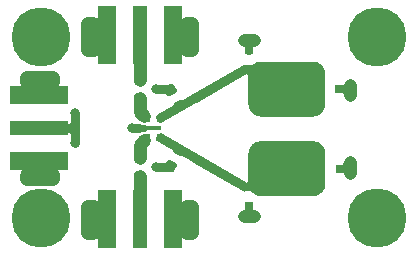
<source format=gtl>
G04 #@! TF.GenerationSoftware,KiCad,Pcbnew,5.1.10-88a1d61d58~88~ubuntu18.04.1*
G04 #@! TF.CreationDate,2021-11-13T13:00:57+01:00*
G04 #@! TF.ProjectId,rf_phase_shifter_5_8GHz,72665f70-6861-4736-955f-736869667465,1.0.0*
G04 #@! TF.SameCoordinates,Original*
G04 #@! TF.FileFunction,Copper,L1,Top*
G04 #@! TF.FilePolarity,Positive*
%FSLAX46Y46*%
G04 Gerber Fmt 4.6, Leading zero omitted, Abs format (unit mm)*
G04 Created by KiCad (PCBNEW 5.1.10-88a1d61d58~88~ubuntu18.04.1) date 2021-11-13 13:00:57*
%MOMM*%
%LPD*%
G01*
G04 APERTURE LIST*
G04 #@! TA.AperFunction,SMDPad,CuDef*
%ADD10R,5.000000X1.200000*%
G04 #@! TD*
G04 #@! TA.AperFunction,SMDPad,CuDef*
%ADD11R,5.000000X1.600000*%
G04 #@! TD*
G04 #@! TA.AperFunction,SMDPad,CuDef*
%ADD12R,1.200000X5.000000*%
G04 #@! TD*
G04 #@! TA.AperFunction,SMDPad,CuDef*
%ADD13R,1.600000X5.000000*%
G04 #@! TD*
G04 #@! TA.AperFunction,SMDPad,CuDef*
%ADD14R,0.330000X0.350000*%
G04 #@! TD*
G04 #@! TA.AperFunction,SMDPad,CuDef*
%ADD15R,0.600000X0.700000*%
G04 #@! TD*
G04 #@! TA.AperFunction,SMDPad,CuDef*
%ADD16R,0.700000X0.600000*%
G04 #@! TD*
G04 #@! TA.AperFunction,ViaPad*
%ADD17C,5.000000*%
G04 #@! TD*
G04 #@! TA.AperFunction,ViaPad*
%ADD18C,0.800000*%
G04 #@! TD*
G04 #@! TA.AperFunction,Conductor*
%ADD19C,0.250000*%
G04 #@! TD*
G04 #@! TA.AperFunction,Conductor*
%ADD20C,1.099520*%
G04 #@! TD*
G04 #@! TA.AperFunction,Conductor*
%ADD21C,0.350000*%
G04 #@! TD*
G04 #@! TA.AperFunction,Conductor*
%ADD22C,0.650000*%
G04 #@! TD*
G04 #@! TA.AperFunction,Conductor*
%ADD23C,0.500000*%
G04 #@! TD*
G04 #@! TA.AperFunction,Conductor*
%ADD24C,0.790000*%
G04 #@! TD*
G04 APERTURE END LIST*
G04 #@! TA.AperFunction,SMDPad,CuDef*
G36*
G01*
X95901000Y-63627538D02*
X95901000Y-61086462D01*
G75*
G02*
X96966962Y-60020500I1065962J0D01*
G01*
X99098888Y-60020500D01*
G75*
G02*
X100164850Y-61086462I0J-1065962D01*
G01*
X100164850Y-63627538D01*
G75*
G02*
X99098888Y-64693500I-1065962J0D01*
G01*
X96966962Y-64693500D01*
G75*
G02*
X95901000Y-63627538I0J1065962D01*
G01*
G37*
G04 #@! TD.AperFunction*
G04 #@! TA.AperFunction,SMDPad,CuDef*
G36*
G01*
X93637150Y-63627538D02*
X93637150Y-61086462D01*
G75*
G02*
X94703112Y-60020500I1065962J0D01*
G01*
X96835038Y-60020500D01*
G75*
G02*
X97901000Y-61086462I0J-1065962D01*
G01*
X97901000Y-63627538D01*
G75*
G02*
X96835038Y-64693500I-1065962J0D01*
G01*
X94703112Y-64693500D01*
G75*
G02*
X93637150Y-63627538I0J1065962D01*
G01*
G37*
G04 #@! TD.AperFunction*
G04 #@! TA.AperFunction,SMDPad,CuDef*
G36*
G01*
X95889925Y-56896538D02*
X95889925Y-54355462D01*
G75*
G02*
X96955887Y-53289500I1065962J0D01*
G01*
X99087813Y-53289500D01*
G75*
G02*
X100153775Y-54355462I0J-1065962D01*
G01*
X100153775Y-56896538D01*
G75*
G02*
X99087813Y-57962500I-1065962J0D01*
G01*
X96955887Y-57962500D01*
G75*
G02*
X95889925Y-56896538I0J1065962D01*
G01*
G37*
G04 #@! TD.AperFunction*
G04 #@! TA.AperFunction,SMDPad,CuDef*
G36*
G01*
X93626075Y-56896538D02*
X93626075Y-54355462D01*
G75*
G02*
X94692037Y-53289500I1065962J0D01*
G01*
X96823963Y-53289500D01*
G75*
G02*
X97889925Y-54355462I0J-1065962D01*
G01*
X97889925Y-56896538D01*
G75*
G02*
X96823963Y-57962500I-1065962J0D01*
G01*
X94692037Y-57962500D01*
G75*
G02*
X93626075Y-56896538I0J1065962D01*
G01*
G37*
G04 #@! TD.AperFunction*
G04 #@! TA.AperFunction,SMDPad,CuDef*
G36*
G01*
X85796767Y-59763105D02*
X85994342Y-59420896D01*
G75*
G02*
X86264235Y-59348578I171105J-98787D01*
G01*
X90660916Y-61887003D01*
G75*
G02*
X90733233Y-62156895I-98788J-171105D01*
G01*
X90535658Y-62499104D01*
G75*
G02*
X90265765Y-62571422I-171105J98787D01*
G01*
X85869084Y-60032997D01*
G75*
G02*
X85796767Y-59763105I98788J171105D01*
G01*
G37*
G04 #@! TD.AperFunction*
G04 #@! TA.AperFunction,SMDPad,CuDef*
G36*
G01*
X88803607Y-61499105D02*
X89001182Y-61156896D01*
G75*
G02*
X89271075Y-61084578I171105J-98787D01*
G01*
X93667756Y-63623003D01*
G75*
G02*
X93740073Y-63892895I-98788J-171105D01*
G01*
X93542498Y-64235104D01*
G75*
G02*
X93272605Y-64307422I-171105J98787D01*
G01*
X88875924Y-61768997D01*
G75*
G02*
X88803607Y-61499105I98788J171105D01*
G01*
G37*
G04 #@! TD.AperFunction*
G04 #@! TA.AperFunction,SMDPad,CuDef*
G36*
G01*
X85994342Y-58435104D02*
X85796767Y-58092895D01*
G75*
G02*
X85869085Y-57823003I171105J98787D01*
G01*
X90265766Y-55284578D01*
G75*
G02*
X90535658Y-55356896I98787J-171105D01*
G01*
X90733233Y-55699105D01*
G75*
G02*
X90660916Y-55968997I-171105J-98787D01*
G01*
X86264235Y-58507422D01*
G75*
G02*
X85994342Y-58435104I-98788J171105D01*
G01*
G37*
G04 #@! TD.AperFunction*
G04 #@! TA.AperFunction,SMDPad,CuDef*
G36*
G01*
X89001182Y-56699104D02*
X88803607Y-56356895D01*
G75*
G02*
X88875925Y-56087003I171105J98787D01*
G01*
X93272606Y-53548578D01*
G75*
G02*
X93542498Y-53620896I98787J-171105D01*
G01*
X93740073Y-53963105D01*
G75*
G02*
X93667756Y-54232997I-171105J-98787D01*
G01*
X89271075Y-56771422D01*
G75*
G02*
X89001182Y-56699104I-98788J171105D01*
G01*
G37*
G04 #@! TD.AperFunction*
D10*
X75946000Y-58928000D03*
D11*
X75946000Y-61698000D03*
X75946000Y-56158000D03*
D12*
X84455000Y-66654000D03*
D13*
X87225000Y-66654000D03*
X81685000Y-66654000D03*
D12*
X84455000Y-51054000D03*
D13*
X81685000Y-51054000D03*
X87225000Y-51054000D03*
D14*
X85103000Y-58278000D03*
X85103000Y-58928000D03*
X85103000Y-59578000D03*
X86093000Y-59578000D03*
X86093000Y-58928000D03*
X86093000Y-58278000D03*
D15*
X99866220Y-62357000D03*
X101266220Y-62357000D03*
G04 #@! TA.AperFunction,SMDPad,CuDef*
G36*
G01*
X87823719Y-61293016D02*
X87379881Y-61036766D01*
G75*
G02*
X87299813Y-60737948I109375J189443D01*
G01*
X87518563Y-60359062D01*
G75*
G02*
X87817381Y-60278994I189443J-109375D01*
G01*
X88261219Y-60535244D01*
G75*
G02*
X88341287Y-60834062I-109375J-189443D01*
G01*
X88122537Y-61212948D01*
G75*
G02*
X87823719Y-61293016I-189443J109375D01*
G01*
G37*
G04 #@! TD.AperFunction*
G04 #@! TA.AperFunction,SMDPad,CuDef*
G36*
G01*
X87036219Y-62657006D02*
X86592381Y-62400756D01*
G75*
G02*
X86512313Y-62101938I109375J189443D01*
G01*
X86731063Y-61723052D01*
G75*
G02*
X87029881Y-61642984I189443J-109375D01*
G01*
X87473719Y-61899234D01*
G75*
G02*
X87553787Y-62198052I-109375J-189443D01*
G01*
X87335037Y-62576938D01*
G75*
G02*
X87036219Y-62657006I-189443J109375D01*
G01*
G37*
G04 #@! TD.AperFunction*
G04 #@! TA.AperFunction,SMDPad,CuDef*
G36*
G01*
X87379881Y-56819234D02*
X87823719Y-56562984D01*
G75*
G02*
X88122537Y-56643052I109375J-189443D01*
G01*
X88341287Y-57021938D01*
G75*
G02*
X88261219Y-57320756I-189443J-109375D01*
G01*
X87817381Y-57577006D01*
G75*
G02*
X87518563Y-57496938I-109375J189443D01*
G01*
X87299813Y-57118052D01*
G75*
G02*
X87379881Y-56819234I189443J109375D01*
G01*
G37*
G04 #@! TD.AperFunction*
G04 #@! TA.AperFunction,SMDPad,CuDef*
G36*
G01*
X86592381Y-55455244D02*
X87036219Y-55198994D01*
G75*
G02*
X87335037Y-55279062I109375J-189443D01*
G01*
X87553787Y-55657948D01*
G75*
G02*
X87473719Y-55956766I-189443J-109375D01*
G01*
X87029881Y-56213016D01*
G75*
G02*
X86731063Y-56132948I-109375J189443D01*
G01*
X86512313Y-55754062D01*
G75*
G02*
X86592381Y-55455244I189443J109375D01*
G01*
G37*
G04 #@! TD.AperFunction*
X99853520Y-55626000D03*
X101253520Y-55626000D03*
D16*
X93675200Y-64031900D03*
X93675200Y-65431900D03*
X93675200Y-52424100D03*
X93675200Y-53824100D03*
G04 #@! TA.AperFunction,SMDPad,CuDef*
G36*
G01*
X84705000Y-61905000D02*
X84205000Y-61905000D01*
G75*
G02*
X83980000Y-61680000I0J225000D01*
G01*
X83980000Y-61230000D01*
G75*
G02*
X84205000Y-61005000I225000J0D01*
G01*
X84705000Y-61005000D01*
G75*
G02*
X84930000Y-61230000I0J-225000D01*
G01*
X84930000Y-61680000D01*
G75*
G02*
X84705000Y-61905000I-225000J0D01*
G01*
G37*
G04 #@! TD.AperFunction*
G04 #@! TA.AperFunction,SMDPad,CuDef*
G36*
G01*
X84705000Y-63455000D02*
X84205000Y-63455000D01*
G75*
G02*
X83980000Y-63230000I0J225000D01*
G01*
X83980000Y-62780000D01*
G75*
G02*
X84205000Y-62555000I225000J0D01*
G01*
X84705000Y-62555000D01*
G75*
G02*
X84930000Y-62780000I0J-225000D01*
G01*
X84930000Y-63230000D01*
G75*
G02*
X84705000Y-63455000I-225000J0D01*
G01*
G37*
G04 #@! TD.AperFunction*
G04 #@! TA.AperFunction,SMDPad,CuDef*
G36*
G01*
X84705000Y-55301000D02*
X84205000Y-55301000D01*
G75*
G02*
X83980000Y-55076000I0J225000D01*
G01*
X83980000Y-54626000D01*
G75*
G02*
X84205000Y-54401000I225000J0D01*
G01*
X84705000Y-54401000D01*
G75*
G02*
X84930000Y-54626000I0J-225000D01*
G01*
X84930000Y-55076000D01*
G75*
G02*
X84705000Y-55301000I-225000J0D01*
G01*
G37*
G04 #@! TD.AperFunction*
G04 #@! TA.AperFunction,SMDPad,CuDef*
G36*
G01*
X84705000Y-56851000D02*
X84205000Y-56851000D01*
G75*
G02*
X83980000Y-56626000I0J225000D01*
G01*
X83980000Y-56176000D01*
G75*
G02*
X84205000Y-55951000I225000J0D01*
G01*
X84705000Y-55951000D01*
G75*
G02*
X84930000Y-56176000I0J-225000D01*
G01*
X84930000Y-56626000D01*
G75*
G02*
X84705000Y-56851000I-225000J0D01*
G01*
G37*
G04 #@! TD.AperFunction*
D17*
X76073000Y-51181000D03*
X76073000Y-66548000D03*
X104521000Y-51181000D03*
X104521000Y-66548000D03*
D18*
X94119700Y-51473100D03*
X93230700Y-51473100D03*
X102268020Y-56159400D03*
X102268020Y-55270400D03*
X102280720Y-61823600D03*
X102280720Y-62712600D03*
X94132400Y-66382900D03*
X93243400Y-66382900D03*
X75946000Y-63246000D03*
X77089000Y-63246000D03*
X74803000Y-63246000D03*
X75946000Y-54610000D03*
X77089000Y-54610000D03*
X74803000Y-54610000D03*
X80010000Y-51181000D03*
X80010000Y-52324000D03*
X80010000Y-50038000D03*
X88900000Y-51181000D03*
X88900000Y-52324000D03*
X88900000Y-50038000D03*
X88900000Y-66675000D03*
X88900000Y-67818000D03*
X88900000Y-65532000D03*
X80010000Y-67818000D03*
X80010000Y-65532000D03*
X83820000Y-58928000D03*
X80010000Y-66675000D03*
X78994000Y-57658000D03*
X78994000Y-60198000D03*
X85852000Y-62230000D03*
X85852000Y-55626000D03*
D19*
X93472000Y-63754000D02*
X93811000Y-63415000D01*
D20*
X84455000Y-54851000D02*
X84455000Y-51202000D01*
X84836000Y-57912000D02*
X84455000Y-57531000D01*
X84455000Y-56401000D02*
X84455000Y-57531000D01*
X84455000Y-61455000D02*
X84455000Y-60351000D01*
X84455000Y-60351000D02*
X84455000Y-60325000D01*
X84455000Y-60325000D02*
X84836000Y-59944000D01*
X84455000Y-66654000D02*
X84455000Y-63005000D01*
D19*
X93472000Y-54102000D02*
X93811000Y-54441000D01*
X84344445Y-59197240D02*
X84090445Y-59197240D01*
D21*
X84074000Y-58928000D02*
X83820000Y-58928000D01*
X84989000Y-58928000D02*
X85979000Y-58928000D01*
D20*
X93230700Y-51473100D02*
X94119700Y-51473100D01*
X93243400Y-66382900D02*
X94132400Y-66382900D01*
X102280720Y-62712600D02*
X102280720Y-61823600D01*
X102268020Y-55270400D02*
X102268020Y-56159400D01*
D22*
X101925120Y-62357000D02*
X102280720Y-62712600D01*
X101747320Y-62357000D02*
X102280720Y-61823600D01*
X101391720Y-62357000D02*
X101872820Y-62357000D01*
X101391720Y-62357000D02*
X102050620Y-62357000D01*
X101734620Y-55626000D02*
X102268020Y-56159400D01*
X101365570Y-55626000D02*
X101846670Y-55626000D01*
X101912420Y-55626000D02*
X102268020Y-55270400D01*
X101379020Y-55626000D02*
X102037920Y-55626000D01*
X93675200Y-65925700D02*
X94132400Y-66382900D01*
X93675200Y-65486800D02*
X93675200Y-65980600D01*
X93675200Y-65951100D02*
X93243400Y-66382900D01*
X93675200Y-65499500D02*
X93675200Y-66018700D01*
X93675200Y-51917600D02*
X93230700Y-51473100D01*
X93675200Y-52362100D02*
X93675200Y-51855600D01*
X93675200Y-51917600D02*
X94119700Y-51473100D01*
D20*
X88900000Y-67818000D02*
X88900000Y-65532000D01*
X80010000Y-65532000D02*
X80010000Y-67310000D01*
X80010000Y-67310000D02*
X80010000Y-67818000D01*
X80031000Y-66654000D02*
X80010000Y-66675000D01*
X81685000Y-66654000D02*
X80031000Y-66654000D01*
X80563000Y-65532000D02*
X81685000Y-66654000D01*
X80010000Y-65532000D02*
X80563000Y-65532000D01*
X80521000Y-67818000D02*
X81685000Y-66654000D01*
X80010000Y-67818000D02*
X80521000Y-67818000D01*
X88347000Y-65532000D02*
X87225000Y-66654000D01*
X88900000Y-65532000D02*
X88347000Y-65532000D01*
X87246000Y-66675000D02*
X87225000Y-66654000D01*
X88900000Y-66675000D02*
X87246000Y-66675000D01*
X88389000Y-67818000D02*
X87225000Y-66654000D01*
X88900000Y-67818000D02*
X88389000Y-67818000D01*
X74803000Y-63246000D02*
X77089000Y-63246000D01*
X75946000Y-61719000D02*
X75967000Y-61698000D01*
X75946000Y-63246000D02*
X75946000Y-61719000D01*
X74803000Y-62862000D02*
X75967000Y-61698000D01*
X74803000Y-63246000D02*
X74803000Y-62862000D01*
X77089000Y-62820000D02*
X75967000Y-61698000D01*
X77089000Y-63246000D02*
X77089000Y-62820000D01*
X75946000Y-56137000D02*
X75967000Y-56158000D01*
X75946000Y-54610000D02*
X75946000Y-56137000D01*
X77089000Y-55036000D02*
X75967000Y-56158000D01*
X77089000Y-54610000D02*
X77089000Y-55036000D01*
X77089000Y-54610000D02*
X74803000Y-54610000D01*
X74803000Y-54994000D02*
X75967000Y-56158000D01*
X74803000Y-54610000D02*
X74803000Y-54994000D01*
X80010000Y-50038000D02*
X80010000Y-52324000D01*
X80563000Y-52324000D02*
X81685000Y-51202000D01*
X80010000Y-52324000D02*
X80563000Y-52324000D01*
X81664000Y-51181000D02*
X81685000Y-51202000D01*
X80010000Y-51181000D02*
X81664000Y-51181000D01*
X80521000Y-50038000D02*
X81685000Y-51202000D01*
X80010000Y-50038000D02*
X80521000Y-50038000D01*
X87246000Y-51181000D02*
X87225000Y-51202000D01*
X88900000Y-51181000D02*
X87246000Y-51181000D01*
X88389000Y-50038000D02*
X87225000Y-51202000D01*
X88900000Y-50038000D02*
X88389000Y-50038000D01*
X88347000Y-52324000D02*
X87225000Y-51202000D01*
X88900000Y-52324000D02*
X88347000Y-52324000D01*
X88900000Y-50038000D02*
X88900000Y-52324000D01*
D21*
X84582000Y-58928000D02*
X84074000Y-58928000D01*
D19*
X84963000Y-58928000D02*
X84821768Y-58786768D01*
X85103000Y-58928000D02*
X84963000Y-58928000D01*
X84709000Y-58899536D02*
X84821768Y-58786768D01*
X84709000Y-58928000D02*
X84709000Y-58899536D01*
D21*
X85103000Y-58928000D02*
X84709000Y-58928000D01*
X84709000Y-58928000D02*
X84582000Y-58928000D01*
D19*
X84374284Y-58786768D02*
X84233052Y-58928000D01*
X84694768Y-58786768D02*
X84473658Y-58786768D01*
X84821768Y-58786768D02*
X84694768Y-58786768D01*
X84694768Y-58786768D02*
X84374284Y-58786768D01*
X84473658Y-58786768D02*
X84344445Y-58657555D01*
X85090000Y-58928000D02*
X84989000Y-58928000D01*
X85103000Y-58928000D02*
X85090000Y-58928000D01*
X84709000Y-58928000D02*
X84709000Y-59055000D01*
X84836000Y-59055000D02*
X84963000Y-58928000D01*
X84709000Y-59055000D02*
X84836000Y-59055000D01*
X84709000Y-58928000D02*
X84233052Y-58928000D01*
X84090445Y-58657555D02*
X83820000Y-58928000D01*
X84344445Y-58657555D02*
X84090445Y-58657555D01*
X83820000Y-58928000D02*
X83820000Y-59055000D01*
X84487890Y-59055000D02*
X84836000Y-59055000D01*
X84360890Y-59182000D02*
X84487890Y-59055000D01*
X83947000Y-59182000D02*
X84360890Y-59182000D01*
X83820000Y-59055000D02*
X83947000Y-59182000D01*
D23*
X84277200Y-58928000D02*
X84582000Y-58928000D01*
X83820000Y-58928000D02*
X84277200Y-58928000D01*
D24*
X83820000Y-58928000D02*
X84233052Y-58928000D01*
X75967000Y-58928000D02*
X78613000Y-58928000D01*
X78994000Y-58547000D02*
X78994000Y-57658000D01*
X78613000Y-58928000D02*
X78994000Y-58547000D01*
X78994000Y-57658000D02*
X78994000Y-60198000D01*
X78994000Y-59309000D02*
X78613000Y-58928000D01*
X78994000Y-60198000D02*
X78994000Y-59309000D01*
X86953045Y-62230000D02*
X87033050Y-62149995D01*
X85852000Y-62230000D02*
X86953045Y-62230000D01*
X86953045Y-55626000D02*
X87033050Y-55706005D01*
X85852000Y-55626000D02*
X86953045Y-55626000D01*
D21*
X99847400Y-55624500D02*
X99845900Y-55626000D01*
M02*

</source>
